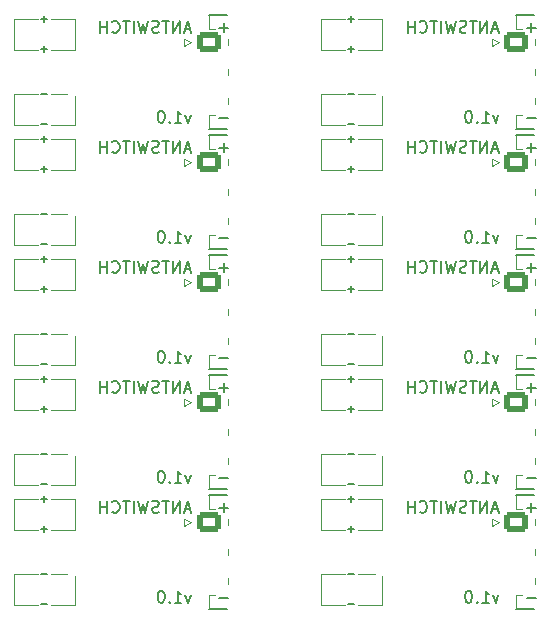
<source format=gbr>
%TF.GenerationSoftware,KiCad,Pcbnew,8.0.8*%
%TF.CreationDate,2025-02-20T22:09:20+11:00*%
%TF.ProjectId,panel,70616e65-6c2e-46b6-9963-61645f706362,rev?*%
%TF.SameCoordinates,Original*%
%TF.FileFunction,Legend,Bot*%
%TF.FilePolarity,Positive*%
%FSLAX46Y46*%
G04 Gerber Fmt 4.6, Leading zero omitted, Abs format (unit mm)*
G04 Created by KiCad (PCBNEW 8.0.8) date 2025-02-20 22:09:20*
%MOMM*%
%LPD*%
G01*
G04 APERTURE LIST*
G04 Aperture macros list*
%AMRoundRect*
0 Rectangle with rounded corners*
0 $1 Rounding radius*
0 $2 $3 $4 $5 $6 $7 $8 $9 X,Y pos of 4 corners*
0 Add a 4 corners polygon primitive as box body*
4,1,4,$2,$3,$4,$5,$6,$7,$8,$9,$2,$3,0*
0 Add four circle primitives for the rounded corners*
1,1,$1+$1,$2,$3*
1,1,$1+$1,$4,$5*
1,1,$1+$1,$6,$7*
1,1,$1+$1,$8,$9*
0 Add four rect primitives between the rounded corners*
20,1,$1+$1,$2,$3,$4,$5,0*
20,1,$1+$1,$4,$5,$6,$7,0*
20,1,$1+$1,$6,$7,$8,$9,0*
20,1,$1+$1,$8,$9,$2,$3,0*%
%AMFreePoly0*
4,1,85,-1.240370,1.979643,-0.961535,1.918986,-0.694170,1.819264,-0.443718,1.682507,-0.215279,1.511499,-0.013501,1.309721,0.157507,1.081282,0.294264,0.830830,0.393986,0.563465,0.454643,0.284630,0.475000,0.000000,0.454643,-0.284630,0.393986,-0.563465,0.294264,-0.830830,0.157507,-1.081282,-0.013501,-1.309721,-0.215279,-1.511499,-0.443718,-1.682507,-0.694170,-1.819264,-0.961535,-1.918986,
-1.240370,-1.979643,-1.525000,-2.000000,-1.809630,-1.979643,-2.088465,-1.918986,-2.355830,-1.819264,-2.606282,-1.682507,-2.834721,-1.511499,-3.036499,-1.309721,-3.207507,-1.081282,-3.344264,-0.830830,-3.443986,-0.563465,-3.504643,-0.284630,-3.525000,0.000000,-2.779775,0.000000,-2.760712,-0.217889,-2.704103,-0.429158,-2.611667,-0.627388,-2.486213,-0.806554,-2.331554,-0.961213,-2.152388,-1.086667,
-1.954158,-1.179103,-1.742889,-1.235712,-1.525000,-1.254775,-1.307111,-1.235712,-1.095842,-1.179103,-0.897612,-1.086667,-0.718446,-0.961213,-0.563787,-0.806554,-0.438333,-0.627388,-0.345897,-0.429158,-0.289288,-0.217889,-0.271683,-0.016674,-0.275000,0.000000,-0.271683,0.016674,-0.289288,0.217889,-0.345897,0.429158,-0.438333,0.627387,-0.563787,0.806554,-0.718446,0.961213,-0.897612,1.086667,
-1.095842,1.179103,-1.307111,1.235712,-1.525000,1.254775,-1.742889,1.235712,-1.954158,1.179103,-2.152387,1.086667,-2.331554,0.961213,-2.486213,0.806554,-2.611667,0.627387,-2.704103,0.429158,-2.760712,0.217889,-2.779775,0.000000,-3.525000,0.000000,-3.504643,0.284630,-3.443986,0.563465,-3.344264,0.830830,-3.207507,1.081282,-3.036499,1.309721,-2.834721,1.511499,-2.606282,1.682507,
-2.355830,1.819264,-2.088465,1.918986,-1.809630,1.979643,-1.525000,2.000000,-1.240370,1.979643,-1.240370,1.979643,$1*%
G04 Aperture macros list end*
%ADD10C,0.160000*%
%ADD11C,0.120000*%
%ADD12C,0.150000*%
%ADD13R,1.700000X1.700000*%
%ADD14C,3.200000*%
%ADD15O,1.700000X1.700000*%
%ADD16C,2.000000*%
%ADD17FreePoly0,180.000000*%
%ADD18C,2.100000*%
%ADD19O,1.950000X1.700000*%
%ADD20RoundRect,0.250000X-0.725000X0.600000X-0.725000X-0.600000X0.725000X-0.600000X0.725000X0.600000X0*%
%ADD21C,1.700000*%
%ADD22C,0.800000*%
G04 APERTURE END LIST*
D10*
X145029260Y-38648084D02*
X144553070Y-38648084D01*
X145124498Y-38933799D02*
X144791165Y-37933799D01*
X144791165Y-37933799D02*
X144457832Y-38933799D01*
X144124498Y-38933799D02*
X144124498Y-37933799D01*
X144124498Y-37933799D02*
X143553070Y-38933799D01*
X143553070Y-38933799D02*
X143553070Y-37933799D01*
X143219736Y-37933799D02*
X142648308Y-37933799D01*
X142934022Y-38933799D02*
X142934022Y-37933799D01*
X142362593Y-38886180D02*
X142219736Y-38933799D01*
X142219736Y-38933799D02*
X141981641Y-38933799D01*
X141981641Y-38933799D02*
X141886403Y-38886180D01*
X141886403Y-38886180D02*
X141838784Y-38838560D01*
X141838784Y-38838560D02*
X141791165Y-38743322D01*
X141791165Y-38743322D02*
X141791165Y-38648084D01*
X141791165Y-38648084D02*
X141838784Y-38552846D01*
X141838784Y-38552846D02*
X141886403Y-38505227D01*
X141886403Y-38505227D02*
X141981641Y-38457608D01*
X141981641Y-38457608D02*
X142172117Y-38409989D01*
X142172117Y-38409989D02*
X142267355Y-38362370D01*
X142267355Y-38362370D02*
X142314974Y-38314751D01*
X142314974Y-38314751D02*
X142362593Y-38219513D01*
X142362593Y-38219513D02*
X142362593Y-38124275D01*
X142362593Y-38124275D02*
X142314974Y-38029037D01*
X142314974Y-38029037D02*
X142267355Y-37981418D01*
X142267355Y-37981418D02*
X142172117Y-37933799D01*
X142172117Y-37933799D02*
X141934022Y-37933799D01*
X141934022Y-37933799D02*
X141791165Y-37981418D01*
X141457831Y-37933799D02*
X141219736Y-38933799D01*
X141219736Y-38933799D02*
X141029260Y-38219513D01*
X141029260Y-38219513D02*
X140838784Y-38933799D01*
X140838784Y-38933799D02*
X140600689Y-37933799D01*
X140219736Y-38933799D02*
X140219736Y-37933799D01*
X139886403Y-37933799D02*
X139314975Y-37933799D01*
X139600689Y-38933799D02*
X139600689Y-37933799D01*
X138410213Y-38838560D02*
X138457832Y-38886180D01*
X138457832Y-38886180D02*
X138600689Y-38933799D01*
X138600689Y-38933799D02*
X138695927Y-38933799D01*
X138695927Y-38933799D02*
X138838784Y-38886180D01*
X138838784Y-38886180D02*
X138934022Y-38790941D01*
X138934022Y-38790941D02*
X138981641Y-38695703D01*
X138981641Y-38695703D02*
X139029260Y-38505227D01*
X139029260Y-38505227D02*
X139029260Y-38362370D01*
X139029260Y-38362370D02*
X138981641Y-38171894D01*
X138981641Y-38171894D02*
X138934022Y-38076656D01*
X138934022Y-38076656D02*
X138838784Y-37981418D01*
X138838784Y-37981418D02*
X138695927Y-37933799D01*
X138695927Y-37933799D02*
X138600689Y-37933799D01*
X138600689Y-37933799D02*
X138457832Y-37981418D01*
X138457832Y-37981418D02*
X138410213Y-38029037D01*
X137981641Y-38933799D02*
X137981641Y-37933799D01*
X137981641Y-38409989D02*
X137410213Y-38409989D01*
X137410213Y-38933799D02*
X137410213Y-37933799D01*
X148245951Y-68982846D02*
X147484047Y-68982846D01*
X147864999Y-69363799D02*
X147864999Y-68601894D01*
X145076879Y-45887132D02*
X144838784Y-46553799D01*
X144838784Y-46553799D02*
X144600689Y-45887132D01*
X143695927Y-46553799D02*
X144267355Y-46553799D01*
X143981641Y-46553799D02*
X143981641Y-45553799D01*
X143981641Y-45553799D02*
X144076879Y-45696656D01*
X144076879Y-45696656D02*
X144172117Y-45791894D01*
X144172117Y-45791894D02*
X144267355Y-45839513D01*
X143267355Y-46458560D02*
X143219736Y-46506180D01*
X143219736Y-46506180D02*
X143267355Y-46553799D01*
X143267355Y-46553799D02*
X143314974Y-46506180D01*
X143314974Y-46506180D02*
X143267355Y-46458560D01*
X143267355Y-46458560D02*
X143267355Y-46553799D01*
X142600689Y-45553799D02*
X142505451Y-45553799D01*
X142505451Y-45553799D02*
X142410213Y-45601418D01*
X142410213Y-45601418D02*
X142362594Y-45649037D01*
X142362594Y-45649037D02*
X142314975Y-45744275D01*
X142314975Y-45744275D02*
X142267356Y-45934751D01*
X142267356Y-45934751D02*
X142267356Y-46172846D01*
X142267356Y-46172846D02*
X142314975Y-46363322D01*
X142314975Y-46363322D02*
X142362594Y-46458560D01*
X142362594Y-46458560D02*
X142410213Y-46506180D01*
X142410213Y-46506180D02*
X142505451Y-46553799D01*
X142505451Y-46553799D02*
X142600689Y-46553799D01*
X142600689Y-46553799D02*
X142695927Y-46506180D01*
X142695927Y-46506180D02*
X142743546Y-46458560D01*
X142743546Y-46458560D02*
X142791165Y-46363322D01*
X142791165Y-46363322D02*
X142838784Y-46172846D01*
X142838784Y-46172846D02*
X142838784Y-45934751D01*
X142838784Y-45934751D02*
X142791165Y-45744275D01*
X142791165Y-45744275D02*
X142743546Y-45649037D01*
X142743546Y-45649037D02*
X142695927Y-45601418D01*
X142695927Y-45601418D02*
X142600689Y-45553799D01*
X145076879Y-66207132D02*
X144838784Y-66873799D01*
X144838784Y-66873799D02*
X144600689Y-66207132D01*
X143695927Y-66873799D02*
X144267355Y-66873799D01*
X143981641Y-66873799D02*
X143981641Y-65873799D01*
X143981641Y-65873799D02*
X144076879Y-66016656D01*
X144076879Y-66016656D02*
X144172117Y-66111894D01*
X144172117Y-66111894D02*
X144267355Y-66159513D01*
X143267355Y-66778560D02*
X143219736Y-66826180D01*
X143219736Y-66826180D02*
X143267355Y-66873799D01*
X143267355Y-66873799D02*
X143314974Y-66826180D01*
X143314974Y-66826180D02*
X143267355Y-66778560D01*
X143267355Y-66778560D02*
X143267355Y-66873799D01*
X142600689Y-65873799D02*
X142505451Y-65873799D01*
X142505451Y-65873799D02*
X142410213Y-65921418D01*
X142410213Y-65921418D02*
X142362594Y-65969037D01*
X142362594Y-65969037D02*
X142314975Y-66064275D01*
X142314975Y-66064275D02*
X142267356Y-66254751D01*
X142267356Y-66254751D02*
X142267356Y-66492846D01*
X142267356Y-66492846D02*
X142314975Y-66683322D01*
X142314975Y-66683322D02*
X142362594Y-66778560D01*
X142362594Y-66778560D02*
X142410213Y-66826180D01*
X142410213Y-66826180D02*
X142505451Y-66873799D01*
X142505451Y-66873799D02*
X142600689Y-66873799D01*
X142600689Y-66873799D02*
X142695927Y-66826180D01*
X142695927Y-66826180D02*
X142743546Y-66778560D01*
X142743546Y-66778560D02*
X142791165Y-66683322D01*
X142791165Y-66683322D02*
X142838784Y-66492846D01*
X142838784Y-66492846D02*
X142838784Y-66254751D01*
X142838784Y-66254751D02*
X142791165Y-66064275D01*
X142791165Y-66064275D02*
X142743546Y-65969037D01*
X142743546Y-65969037D02*
X142695927Y-65921418D01*
X142695927Y-65921418D02*
X142600689Y-65873799D01*
X174280951Y-56282846D02*
X173519047Y-56282846D01*
X171111879Y-56047132D02*
X170873784Y-56713799D01*
X170873784Y-56713799D02*
X170635689Y-56047132D01*
X169730927Y-56713799D02*
X170302355Y-56713799D01*
X170016641Y-56713799D02*
X170016641Y-55713799D01*
X170016641Y-55713799D02*
X170111879Y-55856656D01*
X170111879Y-55856656D02*
X170207117Y-55951894D01*
X170207117Y-55951894D02*
X170302355Y-55999513D01*
X169302355Y-56618560D02*
X169254736Y-56666180D01*
X169254736Y-56666180D02*
X169302355Y-56713799D01*
X169302355Y-56713799D02*
X169349974Y-56666180D01*
X169349974Y-56666180D02*
X169302355Y-56618560D01*
X169302355Y-56618560D02*
X169302355Y-56713799D01*
X168635689Y-55713799D02*
X168540451Y-55713799D01*
X168540451Y-55713799D02*
X168445213Y-55761418D01*
X168445213Y-55761418D02*
X168397594Y-55809037D01*
X168397594Y-55809037D02*
X168349975Y-55904275D01*
X168349975Y-55904275D02*
X168302356Y-56094751D01*
X168302356Y-56094751D02*
X168302356Y-56332846D01*
X168302356Y-56332846D02*
X168349975Y-56523322D01*
X168349975Y-56523322D02*
X168397594Y-56618560D01*
X168397594Y-56618560D02*
X168445213Y-56666180D01*
X168445213Y-56666180D02*
X168540451Y-56713799D01*
X168540451Y-56713799D02*
X168635689Y-56713799D01*
X168635689Y-56713799D02*
X168730927Y-56666180D01*
X168730927Y-56666180D02*
X168778546Y-56618560D01*
X168778546Y-56618560D02*
X168826165Y-56523322D01*
X168826165Y-56523322D02*
X168873784Y-56332846D01*
X168873784Y-56332846D02*
X168873784Y-56094751D01*
X168873784Y-56094751D02*
X168826165Y-55904275D01*
X168826165Y-55904275D02*
X168778546Y-55809037D01*
X168778546Y-55809037D02*
X168730927Y-55761418D01*
X168730927Y-55761418D02*
X168635689Y-55713799D01*
X148245951Y-56282846D02*
X147484047Y-56282846D01*
X145076879Y-76367132D02*
X144838784Y-77033799D01*
X144838784Y-77033799D02*
X144600689Y-76367132D01*
X143695927Y-77033799D02*
X144267355Y-77033799D01*
X143981641Y-77033799D02*
X143981641Y-76033799D01*
X143981641Y-76033799D02*
X144076879Y-76176656D01*
X144076879Y-76176656D02*
X144172117Y-76271894D01*
X144172117Y-76271894D02*
X144267355Y-76319513D01*
X143267355Y-76938560D02*
X143219736Y-76986180D01*
X143219736Y-76986180D02*
X143267355Y-77033799D01*
X143267355Y-77033799D02*
X143314974Y-76986180D01*
X143314974Y-76986180D02*
X143267355Y-76938560D01*
X143267355Y-76938560D02*
X143267355Y-77033799D01*
X142600689Y-76033799D02*
X142505451Y-76033799D01*
X142505451Y-76033799D02*
X142410213Y-76081418D01*
X142410213Y-76081418D02*
X142362594Y-76129037D01*
X142362594Y-76129037D02*
X142314975Y-76224275D01*
X142314975Y-76224275D02*
X142267356Y-76414751D01*
X142267356Y-76414751D02*
X142267356Y-76652846D01*
X142267356Y-76652846D02*
X142314975Y-76843322D01*
X142314975Y-76843322D02*
X142362594Y-76938560D01*
X142362594Y-76938560D02*
X142410213Y-76986180D01*
X142410213Y-76986180D02*
X142505451Y-77033799D01*
X142505451Y-77033799D02*
X142600689Y-77033799D01*
X142600689Y-77033799D02*
X142695927Y-76986180D01*
X142695927Y-76986180D02*
X142743546Y-76938560D01*
X142743546Y-76938560D02*
X142791165Y-76843322D01*
X142791165Y-76843322D02*
X142838784Y-76652846D01*
X142838784Y-76652846D02*
X142838784Y-76414751D01*
X142838784Y-76414751D02*
X142791165Y-76224275D01*
X142791165Y-76224275D02*
X142743546Y-76129037D01*
X142743546Y-76129037D02*
X142695927Y-76081418D01*
X142695927Y-76081418D02*
X142600689Y-76033799D01*
X171111879Y-45887132D02*
X170873784Y-46553799D01*
X170873784Y-46553799D02*
X170635689Y-45887132D01*
X169730927Y-46553799D02*
X170302355Y-46553799D01*
X170016641Y-46553799D02*
X170016641Y-45553799D01*
X170016641Y-45553799D02*
X170111879Y-45696656D01*
X170111879Y-45696656D02*
X170207117Y-45791894D01*
X170207117Y-45791894D02*
X170302355Y-45839513D01*
X169302355Y-46458560D02*
X169254736Y-46506180D01*
X169254736Y-46506180D02*
X169302355Y-46553799D01*
X169302355Y-46553799D02*
X169349974Y-46506180D01*
X169349974Y-46506180D02*
X169302355Y-46458560D01*
X169302355Y-46458560D02*
X169302355Y-46553799D01*
X168635689Y-45553799D02*
X168540451Y-45553799D01*
X168540451Y-45553799D02*
X168445213Y-45601418D01*
X168445213Y-45601418D02*
X168397594Y-45649037D01*
X168397594Y-45649037D02*
X168349975Y-45744275D01*
X168349975Y-45744275D02*
X168302356Y-45934751D01*
X168302356Y-45934751D02*
X168302356Y-46172846D01*
X168302356Y-46172846D02*
X168349975Y-46363322D01*
X168349975Y-46363322D02*
X168397594Y-46458560D01*
X168397594Y-46458560D02*
X168445213Y-46506180D01*
X168445213Y-46506180D02*
X168540451Y-46553799D01*
X168540451Y-46553799D02*
X168635689Y-46553799D01*
X168635689Y-46553799D02*
X168730927Y-46506180D01*
X168730927Y-46506180D02*
X168778546Y-46458560D01*
X168778546Y-46458560D02*
X168826165Y-46363322D01*
X168826165Y-46363322D02*
X168873784Y-46172846D01*
X168873784Y-46172846D02*
X168873784Y-45934751D01*
X168873784Y-45934751D02*
X168826165Y-45744275D01*
X168826165Y-45744275D02*
X168778546Y-45649037D01*
X168778546Y-45649037D02*
X168730927Y-45601418D01*
X168730927Y-45601418D02*
X168635689Y-45553799D01*
X145076879Y-35727132D02*
X144838784Y-36393799D01*
X144838784Y-36393799D02*
X144600689Y-35727132D01*
X143695927Y-36393799D02*
X144267355Y-36393799D01*
X143981641Y-36393799D02*
X143981641Y-35393799D01*
X143981641Y-35393799D02*
X144076879Y-35536656D01*
X144076879Y-35536656D02*
X144172117Y-35631894D01*
X144172117Y-35631894D02*
X144267355Y-35679513D01*
X143267355Y-36298560D02*
X143219736Y-36346180D01*
X143219736Y-36346180D02*
X143267355Y-36393799D01*
X143267355Y-36393799D02*
X143314974Y-36346180D01*
X143314974Y-36346180D02*
X143267355Y-36298560D01*
X143267355Y-36298560D02*
X143267355Y-36393799D01*
X142600689Y-35393799D02*
X142505451Y-35393799D01*
X142505451Y-35393799D02*
X142410213Y-35441418D01*
X142410213Y-35441418D02*
X142362594Y-35489037D01*
X142362594Y-35489037D02*
X142314975Y-35584275D01*
X142314975Y-35584275D02*
X142267356Y-35774751D01*
X142267356Y-35774751D02*
X142267356Y-36012846D01*
X142267356Y-36012846D02*
X142314975Y-36203322D01*
X142314975Y-36203322D02*
X142362594Y-36298560D01*
X142362594Y-36298560D02*
X142410213Y-36346180D01*
X142410213Y-36346180D02*
X142505451Y-36393799D01*
X142505451Y-36393799D02*
X142600689Y-36393799D01*
X142600689Y-36393799D02*
X142695927Y-36346180D01*
X142695927Y-36346180D02*
X142743546Y-36298560D01*
X142743546Y-36298560D02*
X142791165Y-36203322D01*
X142791165Y-36203322D02*
X142838784Y-36012846D01*
X142838784Y-36012846D02*
X142838784Y-35774751D01*
X142838784Y-35774751D02*
X142791165Y-35584275D01*
X142791165Y-35584275D02*
X142743546Y-35489037D01*
X142743546Y-35489037D02*
X142695927Y-35441418D01*
X142695927Y-35441418D02*
X142600689Y-35393799D01*
X171111879Y-76367132D02*
X170873784Y-77033799D01*
X170873784Y-77033799D02*
X170635689Y-76367132D01*
X169730927Y-77033799D02*
X170302355Y-77033799D01*
X170016641Y-77033799D02*
X170016641Y-76033799D01*
X170016641Y-76033799D02*
X170111879Y-76176656D01*
X170111879Y-76176656D02*
X170207117Y-76271894D01*
X170207117Y-76271894D02*
X170302355Y-76319513D01*
X169302355Y-76938560D02*
X169254736Y-76986180D01*
X169254736Y-76986180D02*
X169302355Y-77033799D01*
X169302355Y-77033799D02*
X169349974Y-76986180D01*
X169349974Y-76986180D02*
X169302355Y-76938560D01*
X169302355Y-76938560D02*
X169302355Y-77033799D01*
X168635689Y-76033799D02*
X168540451Y-76033799D01*
X168540451Y-76033799D02*
X168445213Y-76081418D01*
X168445213Y-76081418D02*
X168397594Y-76129037D01*
X168397594Y-76129037D02*
X168349975Y-76224275D01*
X168349975Y-76224275D02*
X168302356Y-76414751D01*
X168302356Y-76414751D02*
X168302356Y-76652846D01*
X168302356Y-76652846D02*
X168349975Y-76843322D01*
X168349975Y-76843322D02*
X168397594Y-76938560D01*
X168397594Y-76938560D02*
X168445213Y-76986180D01*
X168445213Y-76986180D02*
X168540451Y-77033799D01*
X168540451Y-77033799D02*
X168635689Y-77033799D01*
X168635689Y-77033799D02*
X168730927Y-76986180D01*
X168730927Y-76986180D02*
X168778546Y-76938560D01*
X168778546Y-76938560D02*
X168826165Y-76843322D01*
X168826165Y-76843322D02*
X168873784Y-76652846D01*
X168873784Y-76652846D02*
X168873784Y-76414751D01*
X168873784Y-76414751D02*
X168826165Y-76224275D01*
X168826165Y-76224275D02*
X168778546Y-76129037D01*
X168778546Y-76129037D02*
X168730927Y-76081418D01*
X168730927Y-76081418D02*
X168635689Y-76033799D01*
X148245951Y-48662846D02*
X147484047Y-48662846D01*
X147864999Y-49043799D02*
X147864999Y-48281894D01*
X148245951Y-58822846D02*
X147484047Y-58822846D01*
X147864999Y-59203799D02*
X147864999Y-58441894D01*
X148245951Y-76602846D02*
X147484047Y-76602846D01*
X174280951Y-48662846D02*
X173519047Y-48662846D01*
X173899999Y-49043799D02*
X173899999Y-48281894D01*
X145029260Y-69128084D02*
X144553070Y-69128084D01*
X145124498Y-69413799D02*
X144791165Y-68413799D01*
X144791165Y-68413799D02*
X144457832Y-69413799D01*
X144124498Y-69413799D02*
X144124498Y-68413799D01*
X144124498Y-68413799D02*
X143553070Y-69413799D01*
X143553070Y-69413799D02*
X143553070Y-68413799D01*
X143219736Y-68413799D02*
X142648308Y-68413799D01*
X142934022Y-69413799D02*
X142934022Y-68413799D01*
X142362593Y-69366180D02*
X142219736Y-69413799D01*
X142219736Y-69413799D02*
X141981641Y-69413799D01*
X141981641Y-69413799D02*
X141886403Y-69366180D01*
X141886403Y-69366180D02*
X141838784Y-69318560D01*
X141838784Y-69318560D02*
X141791165Y-69223322D01*
X141791165Y-69223322D02*
X141791165Y-69128084D01*
X141791165Y-69128084D02*
X141838784Y-69032846D01*
X141838784Y-69032846D02*
X141886403Y-68985227D01*
X141886403Y-68985227D02*
X141981641Y-68937608D01*
X141981641Y-68937608D02*
X142172117Y-68889989D01*
X142172117Y-68889989D02*
X142267355Y-68842370D01*
X142267355Y-68842370D02*
X142314974Y-68794751D01*
X142314974Y-68794751D02*
X142362593Y-68699513D01*
X142362593Y-68699513D02*
X142362593Y-68604275D01*
X142362593Y-68604275D02*
X142314974Y-68509037D01*
X142314974Y-68509037D02*
X142267355Y-68461418D01*
X142267355Y-68461418D02*
X142172117Y-68413799D01*
X142172117Y-68413799D02*
X141934022Y-68413799D01*
X141934022Y-68413799D02*
X141791165Y-68461418D01*
X141457831Y-68413799D02*
X141219736Y-69413799D01*
X141219736Y-69413799D02*
X141029260Y-68699513D01*
X141029260Y-68699513D02*
X140838784Y-69413799D01*
X140838784Y-69413799D02*
X140600689Y-68413799D01*
X140219736Y-69413799D02*
X140219736Y-68413799D01*
X139886403Y-68413799D02*
X139314975Y-68413799D01*
X139600689Y-69413799D02*
X139600689Y-68413799D01*
X138410213Y-69318560D02*
X138457832Y-69366180D01*
X138457832Y-69366180D02*
X138600689Y-69413799D01*
X138600689Y-69413799D02*
X138695927Y-69413799D01*
X138695927Y-69413799D02*
X138838784Y-69366180D01*
X138838784Y-69366180D02*
X138934022Y-69270941D01*
X138934022Y-69270941D02*
X138981641Y-69175703D01*
X138981641Y-69175703D02*
X139029260Y-68985227D01*
X139029260Y-68985227D02*
X139029260Y-68842370D01*
X139029260Y-68842370D02*
X138981641Y-68651894D01*
X138981641Y-68651894D02*
X138934022Y-68556656D01*
X138934022Y-68556656D02*
X138838784Y-68461418D01*
X138838784Y-68461418D02*
X138695927Y-68413799D01*
X138695927Y-68413799D02*
X138600689Y-68413799D01*
X138600689Y-68413799D02*
X138457832Y-68461418D01*
X138457832Y-68461418D02*
X138410213Y-68509037D01*
X137981641Y-69413799D02*
X137981641Y-68413799D01*
X137981641Y-68889989D02*
X137410213Y-68889989D01*
X137410213Y-69413799D02*
X137410213Y-68413799D01*
X171064260Y-28488084D02*
X170588070Y-28488084D01*
X171159498Y-28773799D02*
X170826165Y-27773799D01*
X170826165Y-27773799D02*
X170492832Y-28773799D01*
X170159498Y-28773799D02*
X170159498Y-27773799D01*
X170159498Y-27773799D02*
X169588070Y-28773799D01*
X169588070Y-28773799D02*
X169588070Y-27773799D01*
X169254736Y-27773799D02*
X168683308Y-27773799D01*
X168969022Y-28773799D02*
X168969022Y-27773799D01*
X168397593Y-28726180D02*
X168254736Y-28773799D01*
X168254736Y-28773799D02*
X168016641Y-28773799D01*
X168016641Y-28773799D02*
X167921403Y-28726180D01*
X167921403Y-28726180D02*
X167873784Y-28678560D01*
X167873784Y-28678560D02*
X167826165Y-28583322D01*
X167826165Y-28583322D02*
X167826165Y-28488084D01*
X167826165Y-28488084D02*
X167873784Y-28392846D01*
X167873784Y-28392846D02*
X167921403Y-28345227D01*
X167921403Y-28345227D02*
X168016641Y-28297608D01*
X168016641Y-28297608D02*
X168207117Y-28249989D01*
X168207117Y-28249989D02*
X168302355Y-28202370D01*
X168302355Y-28202370D02*
X168349974Y-28154751D01*
X168349974Y-28154751D02*
X168397593Y-28059513D01*
X168397593Y-28059513D02*
X168397593Y-27964275D01*
X168397593Y-27964275D02*
X168349974Y-27869037D01*
X168349974Y-27869037D02*
X168302355Y-27821418D01*
X168302355Y-27821418D02*
X168207117Y-27773799D01*
X168207117Y-27773799D02*
X167969022Y-27773799D01*
X167969022Y-27773799D02*
X167826165Y-27821418D01*
X167492831Y-27773799D02*
X167254736Y-28773799D01*
X167254736Y-28773799D02*
X167064260Y-28059513D01*
X167064260Y-28059513D02*
X166873784Y-28773799D01*
X166873784Y-28773799D02*
X166635689Y-27773799D01*
X166254736Y-28773799D02*
X166254736Y-27773799D01*
X165921403Y-27773799D02*
X165349975Y-27773799D01*
X165635689Y-28773799D02*
X165635689Y-27773799D01*
X164445213Y-28678560D02*
X164492832Y-28726180D01*
X164492832Y-28726180D02*
X164635689Y-28773799D01*
X164635689Y-28773799D02*
X164730927Y-28773799D01*
X164730927Y-28773799D02*
X164873784Y-28726180D01*
X164873784Y-28726180D02*
X164969022Y-28630941D01*
X164969022Y-28630941D02*
X165016641Y-28535703D01*
X165016641Y-28535703D02*
X165064260Y-28345227D01*
X165064260Y-28345227D02*
X165064260Y-28202370D01*
X165064260Y-28202370D02*
X165016641Y-28011894D01*
X165016641Y-28011894D02*
X164969022Y-27916656D01*
X164969022Y-27916656D02*
X164873784Y-27821418D01*
X164873784Y-27821418D02*
X164730927Y-27773799D01*
X164730927Y-27773799D02*
X164635689Y-27773799D01*
X164635689Y-27773799D02*
X164492832Y-27821418D01*
X164492832Y-27821418D02*
X164445213Y-27869037D01*
X164016641Y-28773799D02*
X164016641Y-27773799D01*
X164016641Y-28249989D02*
X163445213Y-28249989D01*
X163445213Y-28773799D02*
X163445213Y-27773799D01*
X171064260Y-58968084D02*
X170588070Y-58968084D01*
X171159498Y-59253799D02*
X170826165Y-58253799D01*
X170826165Y-58253799D02*
X170492832Y-59253799D01*
X170159498Y-59253799D02*
X170159498Y-58253799D01*
X170159498Y-58253799D02*
X169588070Y-59253799D01*
X169588070Y-59253799D02*
X169588070Y-58253799D01*
X169254736Y-58253799D02*
X168683308Y-58253799D01*
X168969022Y-59253799D02*
X168969022Y-58253799D01*
X168397593Y-59206180D02*
X168254736Y-59253799D01*
X168254736Y-59253799D02*
X168016641Y-59253799D01*
X168016641Y-59253799D02*
X167921403Y-59206180D01*
X167921403Y-59206180D02*
X167873784Y-59158560D01*
X167873784Y-59158560D02*
X167826165Y-59063322D01*
X167826165Y-59063322D02*
X167826165Y-58968084D01*
X167826165Y-58968084D02*
X167873784Y-58872846D01*
X167873784Y-58872846D02*
X167921403Y-58825227D01*
X167921403Y-58825227D02*
X168016641Y-58777608D01*
X168016641Y-58777608D02*
X168207117Y-58729989D01*
X168207117Y-58729989D02*
X168302355Y-58682370D01*
X168302355Y-58682370D02*
X168349974Y-58634751D01*
X168349974Y-58634751D02*
X168397593Y-58539513D01*
X168397593Y-58539513D02*
X168397593Y-58444275D01*
X168397593Y-58444275D02*
X168349974Y-58349037D01*
X168349974Y-58349037D02*
X168302355Y-58301418D01*
X168302355Y-58301418D02*
X168207117Y-58253799D01*
X168207117Y-58253799D02*
X167969022Y-58253799D01*
X167969022Y-58253799D02*
X167826165Y-58301418D01*
X167492831Y-58253799D02*
X167254736Y-59253799D01*
X167254736Y-59253799D02*
X167064260Y-58539513D01*
X167064260Y-58539513D02*
X166873784Y-59253799D01*
X166873784Y-59253799D02*
X166635689Y-58253799D01*
X166254736Y-59253799D02*
X166254736Y-58253799D01*
X165921403Y-58253799D02*
X165349975Y-58253799D01*
X165635689Y-59253799D02*
X165635689Y-58253799D01*
X164445213Y-59158560D02*
X164492832Y-59206180D01*
X164492832Y-59206180D02*
X164635689Y-59253799D01*
X164635689Y-59253799D02*
X164730927Y-59253799D01*
X164730927Y-59253799D02*
X164873784Y-59206180D01*
X164873784Y-59206180D02*
X164969022Y-59110941D01*
X164969022Y-59110941D02*
X165016641Y-59015703D01*
X165016641Y-59015703D02*
X165064260Y-58825227D01*
X165064260Y-58825227D02*
X165064260Y-58682370D01*
X165064260Y-58682370D02*
X165016641Y-58491894D01*
X165016641Y-58491894D02*
X164969022Y-58396656D01*
X164969022Y-58396656D02*
X164873784Y-58301418D01*
X164873784Y-58301418D02*
X164730927Y-58253799D01*
X164730927Y-58253799D02*
X164635689Y-58253799D01*
X164635689Y-58253799D02*
X164492832Y-58301418D01*
X164492832Y-58301418D02*
X164445213Y-58349037D01*
X164016641Y-59253799D02*
X164016641Y-58253799D01*
X164016641Y-58729989D02*
X163445213Y-58729989D01*
X163445213Y-59253799D02*
X163445213Y-58253799D01*
X174280951Y-58822846D02*
X173519047Y-58822846D01*
X173899999Y-59203799D02*
X173899999Y-58441894D01*
X174280951Y-28342846D02*
X173519047Y-28342846D01*
X173899999Y-28723799D02*
X173899999Y-27961894D01*
X148245951Y-66442846D02*
X147484047Y-66442846D01*
X145029260Y-28488084D02*
X144553070Y-28488084D01*
X145124498Y-28773799D02*
X144791165Y-27773799D01*
X144791165Y-27773799D02*
X144457832Y-28773799D01*
X144124498Y-28773799D02*
X144124498Y-27773799D01*
X144124498Y-27773799D02*
X143553070Y-28773799D01*
X143553070Y-28773799D02*
X143553070Y-27773799D01*
X143219736Y-27773799D02*
X142648308Y-27773799D01*
X142934022Y-28773799D02*
X142934022Y-27773799D01*
X142362593Y-28726180D02*
X142219736Y-28773799D01*
X142219736Y-28773799D02*
X141981641Y-28773799D01*
X141981641Y-28773799D02*
X141886403Y-28726180D01*
X141886403Y-28726180D02*
X141838784Y-28678560D01*
X141838784Y-28678560D02*
X141791165Y-28583322D01*
X141791165Y-28583322D02*
X141791165Y-28488084D01*
X141791165Y-28488084D02*
X141838784Y-28392846D01*
X141838784Y-28392846D02*
X141886403Y-28345227D01*
X141886403Y-28345227D02*
X141981641Y-28297608D01*
X141981641Y-28297608D02*
X142172117Y-28249989D01*
X142172117Y-28249989D02*
X142267355Y-28202370D01*
X142267355Y-28202370D02*
X142314974Y-28154751D01*
X142314974Y-28154751D02*
X142362593Y-28059513D01*
X142362593Y-28059513D02*
X142362593Y-27964275D01*
X142362593Y-27964275D02*
X142314974Y-27869037D01*
X142314974Y-27869037D02*
X142267355Y-27821418D01*
X142267355Y-27821418D02*
X142172117Y-27773799D01*
X142172117Y-27773799D02*
X141934022Y-27773799D01*
X141934022Y-27773799D02*
X141791165Y-27821418D01*
X141457831Y-27773799D02*
X141219736Y-28773799D01*
X141219736Y-28773799D02*
X141029260Y-28059513D01*
X141029260Y-28059513D02*
X140838784Y-28773799D01*
X140838784Y-28773799D02*
X140600689Y-27773799D01*
X140219736Y-28773799D02*
X140219736Y-27773799D01*
X139886403Y-27773799D02*
X139314975Y-27773799D01*
X139600689Y-28773799D02*
X139600689Y-27773799D01*
X138410213Y-28678560D02*
X138457832Y-28726180D01*
X138457832Y-28726180D02*
X138600689Y-28773799D01*
X138600689Y-28773799D02*
X138695927Y-28773799D01*
X138695927Y-28773799D02*
X138838784Y-28726180D01*
X138838784Y-28726180D02*
X138934022Y-28630941D01*
X138934022Y-28630941D02*
X138981641Y-28535703D01*
X138981641Y-28535703D02*
X139029260Y-28345227D01*
X139029260Y-28345227D02*
X139029260Y-28202370D01*
X139029260Y-28202370D02*
X138981641Y-28011894D01*
X138981641Y-28011894D02*
X138934022Y-27916656D01*
X138934022Y-27916656D02*
X138838784Y-27821418D01*
X138838784Y-27821418D02*
X138695927Y-27773799D01*
X138695927Y-27773799D02*
X138600689Y-27773799D01*
X138600689Y-27773799D02*
X138457832Y-27821418D01*
X138457832Y-27821418D02*
X138410213Y-27869037D01*
X137981641Y-28773799D02*
X137981641Y-27773799D01*
X137981641Y-28249989D02*
X137410213Y-28249989D01*
X137410213Y-28773799D02*
X137410213Y-27773799D01*
X171064260Y-69128084D02*
X170588070Y-69128084D01*
X171159498Y-69413799D02*
X170826165Y-68413799D01*
X170826165Y-68413799D02*
X170492832Y-69413799D01*
X170159498Y-69413799D02*
X170159498Y-68413799D01*
X170159498Y-68413799D02*
X169588070Y-69413799D01*
X169588070Y-69413799D02*
X169588070Y-68413799D01*
X169254736Y-68413799D02*
X168683308Y-68413799D01*
X168969022Y-69413799D02*
X168969022Y-68413799D01*
X168397593Y-69366180D02*
X168254736Y-69413799D01*
X168254736Y-69413799D02*
X168016641Y-69413799D01*
X168016641Y-69413799D02*
X167921403Y-69366180D01*
X167921403Y-69366180D02*
X167873784Y-69318560D01*
X167873784Y-69318560D02*
X167826165Y-69223322D01*
X167826165Y-69223322D02*
X167826165Y-69128084D01*
X167826165Y-69128084D02*
X167873784Y-69032846D01*
X167873784Y-69032846D02*
X167921403Y-68985227D01*
X167921403Y-68985227D02*
X168016641Y-68937608D01*
X168016641Y-68937608D02*
X168207117Y-68889989D01*
X168207117Y-68889989D02*
X168302355Y-68842370D01*
X168302355Y-68842370D02*
X168349974Y-68794751D01*
X168349974Y-68794751D02*
X168397593Y-68699513D01*
X168397593Y-68699513D02*
X168397593Y-68604275D01*
X168397593Y-68604275D02*
X168349974Y-68509037D01*
X168349974Y-68509037D02*
X168302355Y-68461418D01*
X168302355Y-68461418D02*
X168207117Y-68413799D01*
X168207117Y-68413799D02*
X167969022Y-68413799D01*
X167969022Y-68413799D02*
X167826165Y-68461418D01*
X167492831Y-68413799D02*
X167254736Y-69413799D01*
X167254736Y-69413799D02*
X167064260Y-68699513D01*
X167064260Y-68699513D02*
X166873784Y-69413799D01*
X166873784Y-69413799D02*
X166635689Y-68413799D01*
X166254736Y-69413799D02*
X166254736Y-68413799D01*
X165921403Y-68413799D02*
X165349975Y-68413799D01*
X165635689Y-69413799D02*
X165635689Y-68413799D01*
X164445213Y-69318560D02*
X164492832Y-69366180D01*
X164492832Y-69366180D02*
X164635689Y-69413799D01*
X164635689Y-69413799D02*
X164730927Y-69413799D01*
X164730927Y-69413799D02*
X164873784Y-69366180D01*
X164873784Y-69366180D02*
X164969022Y-69270941D01*
X164969022Y-69270941D02*
X165016641Y-69175703D01*
X165016641Y-69175703D02*
X165064260Y-68985227D01*
X165064260Y-68985227D02*
X165064260Y-68842370D01*
X165064260Y-68842370D02*
X165016641Y-68651894D01*
X165016641Y-68651894D02*
X164969022Y-68556656D01*
X164969022Y-68556656D02*
X164873784Y-68461418D01*
X164873784Y-68461418D02*
X164730927Y-68413799D01*
X164730927Y-68413799D02*
X164635689Y-68413799D01*
X164635689Y-68413799D02*
X164492832Y-68461418D01*
X164492832Y-68461418D02*
X164445213Y-68509037D01*
X164016641Y-69413799D02*
X164016641Y-68413799D01*
X164016641Y-68889989D02*
X163445213Y-68889989D01*
X163445213Y-69413799D02*
X163445213Y-68413799D01*
X171111879Y-35727132D02*
X170873784Y-36393799D01*
X170873784Y-36393799D02*
X170635689Y-35727132D01*
X169730927Y-36393799D02*
X170302355Y-36393799D01*
X170016641Y-36393799D02*
X170016641Y-35393799D01*
X170016641Y-35393799D02*
X170111879Y-35536656D01*
X170111879Y-35536656D02*
X170207117Y-35631894D01*
X170207117Y-35631894D02*
X170302355Y-35679513D01*
X169302355Y-36298560D02*
X169254736Y-36346180D01*
X169254736Y-36346180D02*
X169302355Y-36393799D01*
X169302355Y-36393799D02*
X169349974Y-36346180D01*
X169349974Y-36346180D02*
X169302355Y-36298560D01*
X169302355Y-36298560D02*
X169302355Y-36393799D01*
X168635689Y-35393799D02*
X168540451Y-35393799D01*
X168540451Y-35393799D02*
X168445213Y-35441418D01*
X168445213Y-35441418D02*
X168397594Y-35489037D01*
X168397594Y-35489037D02*
X168349975Y-35584275D01*
X168349975Y-35584275D02*
X168302356Y-35774751D01*
X168302356Y-35774751D02*
X168302356Y-36012846D01*
X168302356Y-36012846D02*
X168349975Y-36203322D01*
X168349975Y-36203322D02*
X168397594Y-36298560D01*
X168397594Y-36298560D02*
X168445213Y-36346180D01*
X168445213Y-36346180D02*
X168540451Y-36393799D01*
X168540451Y-36393799D02*
X168635689Y-36393799D01*
X168635689Y-36393799D02*
X168730927Y-36346180D01*
X168730927Y-36346180D02*
X168778546Y-36298560D01*
X168778546Y-36298560D02*
X168826165Y-36203322D01*
X168826165Y-36203322D02*
X168873784Y-36012846D01*
X168873784Y-36012846D02*
X168873784Y-35774751D01*
X168873784Y-35774751D02*
X168826165Y-35584275D01*
X168826165Y-35584275D02*
X168778546Y-35489037D01*
X168778546Y-35489037D02*
X168730927Y-35441418D01*
X168730927Y-35441418D02*
X168635689Y-35393799D01*
X148245951Y-35962846D02*
X147484047Y-35962846D01*
X171064260Y-48808084D02*
X170588070Y-48808084D01*
X171159498Y-49093799D02*
X170826165Y-48093799D01*
X170826165Y-48093799D02*
X170492832Y-49093799D01*
X170159498Y-49093799D02*
X170159498Y-48093799D01*
X170159498Y-48093799D02*
X169588070Y-49093799D01*
X169588070Y-49093799D02*
X169588070Y-48093799D01*
X169254736Y-48093799D02*
X168683308Y-48093799D01*
X168969022Y-49093799D02*
X168969022Y-48093799D01*
X168397593Y-49046180D02*
X168254736Y-49093799D01*
X168254736Y-49093799D02*
X168016641Y-49093799D01*
X168016641Y-49093799D02*
X167921403Y-49046180D01*
X167921403Y-49046180D02*
X167873784Y-48998560D01*
X167873784Y-48998560D02*
X167826165Y-48903322D01*
X167826165Y-48903322D02*
X167826165Y-48808084D01*
X167826165Y-48808084D02*
X167873784Y-48712846D01*
X167873784Y-48712846D02*
X167921403Y-48665227D01*
X167921403Y-48665227D02*
X168016641Y-48617608D01*
X168016641Y-48617608D02*
X168207117Y-48569989D01*
X168207117Y-48569989D02*
X168302355Y-48522370D01*
X168302355Y-48522370D02*
X168349974Y-48474751D01*
X168349974Y-48474751D02*
X168397593Y-48379513D01*
X168397593Y-48379513D02*
X168397593Y-48284275D01*
X168397593Y-48284275D02*
X168349974Y-48189037D01*
X168349974Y-48189037D02*
X168302355Y-48141418D01*
X168302355Y-48141418D02*
X168207117Y-48093799D01*
X168207117Y-48093799D02*
X167969022Y-48093799D01*
X167969022Y-48093799D02*
X167826165Y-48141418D01*
X167492831Y-48093799D02*
X167254736Y-49093799D01*
X167254736Y-49093799D02*
X167064260Y-48379513D01*
X167064260Y-48379513D02*
X166873784Y-49093799D01*
X166873784Y-49093799D02*
X166635689Y-48093799D01*
X166254736Y-49093799D02*
X166254736Y-48093799D01*
X165921403Y-48093799D02*
X165349975Y-48093799D01*
X165635689Y-49093799D02*
X165635689Y-48093799D01*
X164445213Y-48998560D02*
X164492832Y-49046180D01*
X164492832Y-49046180D02*
X164635689Y-49093799D01*
X164635689Y-49093799D02*
X164730927Y-49093799D01*
X164730927Y-49093799D02*
X164873784Y-49046180D01*
X164873784Y-49046180D02*
X164969022Y-48950941D01*
X164969022Y-48950941D02*
X165016641Y-48855703D01*
X165016641Y-48855703D02*
X165064260Y-48665227D01*
X165064260Y-48665227D02*
X165064260Y-48522370D01*
X165064260Y-48522370D02*
X165016641Y-48331894D01*
X165016641Y-48331894D02*
X164969022Y-48236656D01*
X164969022Y-48236656D02*
X164873784Y-48141418D01*
X164873784Y-48141418D02*
X164730927Y-48093799D01*
X164730927Y-48093799D02*
X164635689Y-48093799D01*
X164635689Y-48093799D02*
X164492832Y-48141418D01*
X164492832Y-48141418D02*
X164445213Y-48189037D01*
X164016641Y-49093799D02*
X164016641Y-48093799D01*
X164016641Y-48569989D02*
X163445213Y-48569989D01*
X163445213Y-49093799D02*
X163445213Y-48093799D01*
X148245951Y-46122846D02*
X147484047Y-46122846D01*
X145029260Y-48808084D02*
X144553070Y-48808084D01*
X145124498Y-49093799D02*
X144791165Y-48093799D01*
X144791165Y-48093799D02*
X144457832Y-49093799D01*
X144124498Y-49093799D02*
X144124498Y-48093799D01*
X144124498Y-48093799D02*
X143553070Y-49093799D01*
X143553070Y-49093799D02*
X143553070Y-48093799D01*
X143219736Y-48093799D02*
X142648308Y-48093799D01*
X142934022Y-49093799D02*
X142934022Y-48093799D01*
X142362593Y-49046180D02*
X142219736Y-49093799D01*
X142219736Y-49093799D02*
X141981641Y-49093799D01*
X141981641Y-49093799D02*
X141886403Y-49046180D01*
X141886403Y-49046180D02*
X141838784Y-48998560D01*
X141838784Y-48998560D02*
X141791165Y-48903322D01*
X141791165Y-48903322D02*
X141791165Y-48808084D01*
X141791165Y-48808084D02*
X141838784Y-48712846D01*
X141838784Y-48712846D02*
X141886403Y-48665227D01*
X141886403Y-48665227D02*
X141981641Y-48617608D01*
X141981641Y-48617608D02*
X142172117Y-48569989D01*
X142172117Y-48569989D02*
X142267355Y-48522370D01*
X142267355Y-48522370D02*
X142314974Y-48474751D01*
X142314974Y-48474751D02*
X142362593Y-48379513D01*
X142362593Y-48379513D02*
X142362593Y-48284275D01*
X142362593Y-48284275D02*
X142314974Y-48189037D01*
X142314974Y-48189037D02*
X142267355Y-48141418D01*
X142267355Y-48141418D02*
X142172117Y-48093799D01*
X142172117Y-48093799D02*
X141934022Y-48093799D01*
X141934022Y-48093799D02*
X141791165Y-48141418D01*
X141457831Y-48093799D02*
X141219736Y-49093799D01*
X141219736Y-49093799D02*
X141029260Y-48379513D01*
X141029260Y-48379513D02*
X140838784Y-49093799D01*
X140838784Y-49093799D02*
X140600689Y-48093799D01*
X140219736Y-49093799D02*
X140219736Y-48093799D01*
X139886403Y-48093799D02*
X139314975Y-48093799D01*
X139600689Y-49093799D02*
X139600689Y-48093799D01*
X138410213Y-48998560D02*
X138457832Y-49046180D01*
X138457832Y-49046180D02*
X138600689Y-49093799D01*
X138600689Y-49093799D02*
X138695927Y-49093799D01*
X138695927Y-49093799D02*
X138838784Y-49046180D01*
X138838784Y-49046180D02*
X138934022Y-48950941D01*
X138934022Y-48950941D02*
X138981641Y-48855703D01*
X138981641Y-48855703D02*
X139029260Y-48665227D01*
X139029260Y-48665227D02*
X139029260Y-48522370D01*
X139029260Y-48522370D02*
X138981641Y-48331894D01*
X138981641Y-48331894D02*
X138934022Y-48236656D01*
X138934022Y-48236656D02*
X138838784Y-48141418D01*
X138838784Y-48141418D02*
X138695927Y-48093799D01*
X138695927Y-48093799D02*
X138600689Y-48093799D01*
X138600689Y-48093799D02*
X138457832Y-48141418D01*
X138457832Y-48141418D02*
X138410213Y-48189037D01*
X137981641Y-49093799D02*
X137981641Y-48093799D01*
X137981641Y-48569989D02*
X137410213Y-48569989D01*
X137410213Y-49093799D02*
X137410213Y-48093799D01*
X148245951Y-28342846D02*
X147484047Y-28342846D01*
X147864999Y-28723799D02*
X147864999Y-27961894D01*
X145076879Y-56047132D02*
X144838784Y-56713799D01*
X144838784Y-56713799D02*
X144600689Y-56047132D01*
X143695927Y-56713799D02*
X144267355Y-56713799D01*
X143981641Y-56713799D02*
X143981641Y-55713799D01*
X143981641Y-55713799D02*
X144076879Y-55856656D01*
X144076879Y-55856656D02*
X144172117Y-55951894D01*
X144172117Y-55951894D02*
X144267355Y-55999513D01*
X143267355Y-56618560D02*
X143219736Y-56666180D01*
X143219736Y-56666180D02*
X143267355Y-56713799D01*
X143267355Y-56713799D02*
X143314974Y-56666180D01*
X143314974Y-56666180D02*
X143267355Y-56618560D01*
X143267355Y-56618560D02*
X143267355Y-56713799D01*
X142600689Y-55713799D02*
X142505451Y-55713799D01*
X142505451Y-55713799D02*
X142410213Y-55761418D01*
X142410213Y-55761418D02*
X142362594Y-55809037D01*
X142362594Y-55809037D02*
X142314975Y-55904275D01*
X142314975Y-55904275D02*
X142267356Y-56094751D01*
X142267356Y-56094751D02*
X142267356Y-56332846D01*
X142267356Y-56332846D02*
X142314975Y-56523322D01*
X142314975Y-56523322D02*
X142362594Y-56618560D01*
X142362594Y-56618560D02*
X142410213Y-56666180D01*
X142410213Y-56666180D02*
X142505451Y-56713799D01*
X142505451Y-56713799D02*
X142600689Y-56713799D01*
X142600689Y-56713799D02*
X142695927Y-56666180D01*
X142695927Y-56666180D02*
X142743546Y-56618560D01*
X142743546Y-56618560D02*
X142791165Y-56523322D01*
X142791165Y-56523322D02*
X142838784Y-56332846D01*
X142838784Y-56332846D02*
X142838784Y-56094751D01*
X142838784Y-56094751D02*
X142791165Y-55904275D01*
X142791165Y-55904275D02*
X142743546Y-55809037D01*
X142743546Y-55809037D02*
X142695927Y-55761418D01*
X142695927Y-55761418D02*
X142600689Y-55713799D01*
X171064260Y-38648084D02*
X170588070Y-38648084D01*
X171159498Y-38933799D02*
X170826165Y-37933799D01*
X170826165Y-37933799D02*
X170492832Y-38933799D01*
X170159498Y-38933799D02*
X170159498Y-37933799D01*
X170159498Y-37933799D02*
X169588070Y-38933799D01*
X169588070Y-38933799D02*
X169588070Y-37933799D01*
X169254736Y-37933799D02*
X168683308Y-37933799D01*
X168969022Y-38933799D02*
X168969022Y-37933799D01*
X168397593Y-38886180D02*
X168254736Y-38933799D01*
X168254736Y-38933799D02*
X168016641Y-38933799D01*
X168016641Y-38933799D02*
X167921403Y-38886180D01*
X167921403Y-38886180D02*
X167873784Y-38838560D01*
X167873784Y-38838560D02*
X167826165Y-38743322D01*
X167826165Y-38743322D02*
X167826165Y-38648084D01*
X167826165Y-38648084D02*
X167873784Y-38552846D01*
X167873784Y-38552846D02*
X167921403Y-38505227D01*
X167921403Y-38505227D02*
X168016641Y-38457608D01*
X168016641Y-38457608D02*
X168207117Y-38409989D01*
X168207117Y-38409989D02*
X168302355Y-38362370D01*
X168302355Y-38362370D02*
X168349974Y-38314751D01*
X168349974Y-38314751D02*
X168397593Y-38219513D01*
X168397593Y-38219513D02*
X168397593Y-38124275D01*
X168397593Y-38124275D02*
X168349974Y-38029037D01*
X168349974Y-38029037D02*
X168302355Y-37981418D01*
X168302355Y-37981418D02*
X168207117Y-37933799D01*
X168207117Y-37933799D02*
X167969022Y-37933799D01*
X167969022Y-37933799D02*
X167826165Y-37981418D01*
X167492831Y-37933799D02*
X167254736Y-38933799D01*
X167254736Y-38933799D02*
X167064260Y-38219513D01*
X167064260Y-38219513D02*
X166873784Y-38933799D01*
X166873784Y-38933799D02*
X166635689Y-37933799D01*
X166254736Y-38933799D02*
X166254736Y-37933799D01*
X165921403Y-37933799D02*
X165349975Y-37933799D01*
X165635689Y-38933799D02*
X165635689Y-37933799D01*
X164445213Y-38838560D02*
X164492832Y-38886180D01*
X164492832Y-38886180D02*
X164635689Y-38933799D01*
X164635689Y-38933799D02*
X164730927Y-38933799D01*
X164730927Y-38933799D02*
X164873784Y-38886180D01*
X164873784Y-38886180D02*
X164969022Y-38790941D01*
X164969022Y-38790941D02*
X165016641Y-38695703D01*
X165016641Y-38695703D02*
X165064260Y-38505227D01*
X165064260Y-38505227D02*
X165064260Y-38362370D01*
X165064260Y-38362370D02*
X165016641Y-38171894D01*
X165016641Y-38171894D02*
X164969022Y-38076656D01*
X164969022Y-38076656D02*
X164873784Y-37981418D01*
X164873784Y-37981418D02*
X164730927Y-37933799D01*
X164730927Y-37933799D02*
X164635689Y-37933799D01*
X164635689Y-37933799D02*
X164492832Y-37981418D01*
X164492832Y-37981418D02*
X164445213Y-38029037D01*
X164016641Y-38933799D02*
X164016641Y-37933799D01*
X164016641Y-38409989D02*
X163445213Y-38409989D01*
X163445213Y-38933799D02*
X163445213Y-37933799D01*
X145029260Y-58968084D02*
X144553070Y-58968084D01*
X145124498Y-59253799D02*
X144791165Y-58253799D01*
X144791165Y-58253799D02*
X144457832Y-59253799D01*
X144124498Y-59253799D02*
X144124498Y-58253799D01*
X144124498Y-58253799D02*
X143553070Y-59253799D01*
X143553070Y-59253799D02*
X143553070Y-58253799D01*
X143219736Y-58253799D02*
X142648308Y-58253799D01*
X142934022Y-59253799D02*
X142934022Y-58253799D01*
X142362593Y-59206180D02*
X142219736Y-59253799D01*
X142219736Y-59253799D02*
X141981641Y-59253799D01*
X141981641Y-59253799D02*
X141886403Y-59206180D01*
X141886403Y-59206180D02*
X141838784Y-59158560D01*
X141838784Y-59158560D02*
X141791165Y-59063322D01*
X141791165Y-59063322D02*
X141791165Y-58968084D01*
X141791165Y-58968084D02*
X141838784Y-58872846D01*
X141838784Y-58872846D02*
X141886403Y-58825227D01*
X141886403Y-58825227D02*
X141981641Y-58777608D01*
X141981641Y-58777608D02*
X142172117Y-58729989D01*
X142172117Y-58729989D02*
X142267355Y-58682370D01*
X142267355Y-58682370D02*
X142314974Y-58634751D01*
X142314974Y-58634751D02*
X142362593Y-58539513D01*
X142362593Y-58539513D02*
X142362593Y-58444275D01*
X142362593Y-58444275D02*
X142314974Y-58349037D01*
X142314974Y-58349037D02*
X142267355Y-58301418D01*
X142267355Y-58301418D02*
X142172117Y-58253799D01*
X142172117Y-58253799D02*
X141934022Y-58253799D01*
X141934022Y-58253799D02*
X141791165Y-58301418D01*
X141457831Y-58253799D02*
X141219736Y-59253799D01*
X141219736Y-59253799D02*
X141029260Y-58539513D01*
X141029260Y-58539513D02*
X140838784Y-59253799D01*
X140838784Y-59253799D02*
X140600689Y-58253799D01*
X140219736Y-59253799D02*
X140219736Y-58253799D01*
X139886403Y-58253799D02*
X139314975Y-58253799D01*
X139600689Y-59253799D02*
X139600689Y-58253799D01*
X138410213Y-59158560D02*
X138457832Y-59206180D01*
X138457832Y-59206180D02*
X138600689Y-59253799D01*
X138600689Y-59253799D02*
X138695927Y-59253799D01*
X138695927Y-59253799D02*
X138838784Y-59206180D01*
X138838784Y-59206180D02*
X138934022Y-59110941D01*
X138934022Y-59110941D02*
X138981641Y-59015703D01*
X138981641Y-59015703D02*
X139029260Y-58825227D01*
X139029260Y-58825227D02*
X139029260Y-58682370D01*
X139029260Y-58682370D02*
X138981641Y-58491894D01*
X138981641Y-58491894D02*
X138934022Y-58396656D01*
X138934022Y-58396656D02*
X138838784Y-58301418D01*
X138838784Y-58301418D02*
X138695927Y-58253799D01*
X138695927Y-58253799D02*
X138600689Y-58253799D01*
X138600689Y-58253799D02*
X138457832Y-58301418D01*
X138457832Y-58301418D02*
X138410213Y-58349037D01*
X137981641Y-59253799D02*
X137981641Y-58253799D01*
X137981641Y-58729989D02*
X137410213Y-58729989D01*
X137410213Y-59253799D02*
X137410213Y-58253799D01*
X174280951Y-35962846D02*
X173519047Y-35962846D01*
X148245951Y-38502846D02*
X147484047Y-38502846D01*
X147864999Y-38883799D02*
X147864999Y-38121894D01*
X174280951Y-68982846D02*
X173519047Y-68982846D01*
X173899999Y-69363799D02*
X173899999Y-68601894D01*
X174280951Y-46122846D02*
X173519047Y-46122846D01*
X174280951Y-38502846D02*
X173519047Y-38502846D01*
X173899999Y-38883799D02*
X173899999Y-38121894D01*
X171111879Y-66207132D02*
X170873784Y-66873799D01*
X170873784Y-66873799D02*
X170635689Y-66207132D01*
X169730927Y-66873799D02*
X170302355Y-66873799D01*
X170016641Y-66873799D02*
X170016641Y-65873799D01*
X170016641Y-65873799D02*
X170111879Y-66016656D01*
X170111879Y-66016656D02*
X170207117Y-66111894D01*
X170207117Y-66111894D02*
X170302355Y-66159513D01*
X169302355Y-66778560D02*
X169254736Y-66826180D01*
X169254736Y-66826180D02*
X169302355Y-66873799D01*
X169302355Y-66873799D02*
X169349974Y-66826180D01*
X169349974Y-66826180D02*
X169302355Y-66778560D01*
X169302355Y-66778560D02*
X169302355Y-66873799D01*
X168635689Y-65873799D02*
X168540451Y-65873799D01*
X168540451Y-65873799D02*
X168445213Y-65921418D01*
X168445213Y-65921418D02*
X168397594Y-65969037D01*
X168397594Y-65969037D02*
X168349975Y-66064275D01*
X168349975Y-66064275D02*
X168302356Y-66254751D01*
X168302356Y-66254751D02*
X168302356Y-66492846D01*
X168302356Y-66492846D02*
X168349975Y-66683322D01*
X168349975Y-66683322D02*
X168397594Y-66778560D01*
X168397594Y-66778560D02*
X168445213Y-66826180D01*
X168445213Y-66826180D02*
X168540451Y-66873799D01*
X168540451Y-66873799D02*
X168635689Y-66873799D01*
X168635689Y-66873799D02*
X168730927Y-66826180D01*
X168730927Y-66826180D02*
X168778546Y-66778560D01*
X168778546Y-66778560D02*
X168826165Y-66683322D01*
X168826165Y-66683322D02*
X168873784Y-66492846D01*
X168873784Y-66492846D02*
X168873784Y-66254751D01*
X168873784Y-66254751D02*
X168826165Y-66064275D01*
X168826165Y-66064275D02*
X168778546Y-65969037D01*
X168778546Y-65969037D02*
X168730927Y-65921418D01*
X168730927Y-65921418D02*
X168635689Y-65873799D01*
X174280951Y-66442846D02*
X173519047Y-66442846D01*
X174280951Y-76602846D02*
X173519047Y-76602846D01*
D11*
%TO.C,J8*%
X161255000Y-50554500D02*
X161255000Y-47894500D01*
X159223000Y-50554500D02*
X161255000Y-50554500D01*
X159223000Y-47894500D02*
X161255000Y-47894500D01*
D12*
X158655000Y-50748500D02*
X158655000Y-50240500D01*
X158655000Y-48208500D02*
X158655000Y-47700500D01*
X158401000Y-50494500D02*
X158909000Y-50494500D01*
X158401000Y-47954500D02*
X158909000Y-47954500D01*
D11*
X156115000Y-50554500D02*
X158147000Y-50554500D01*
X156115000Y-50554500D02*
X156115000Y-47894500D01*
X156115000Y-47894500D02*
X158147000Y-47894500D01*
%TO.C,J9*%
X135220000Y-67064500D02*
X135220000Y-64404500D01*
X133188000Y-67064500D02*
X135220000Y-67064500D01*
X133188000Y-64404500D02*
X135220000Y-64404500D01*
D12*
X132366000Y-67004500D02*
X132874000Y-67004500D01*
X132366000Y-64464500D02*
X132874000Y-64464500D01*
D11*
X130080000Y-67064500D02*
X132112000Y-67064500D01*
X130080000Y-67064500D02*
X130080000Y-64404500D01*
X130080000Y-64404500D02*
X132112000Y-64404500D01*
%TO.C,J8*%
X161255000Y-70874500D02*
X161255000Y-68214500D01*
X159223000Y-70874500D02*
X161255000Y-70874500D01*
X159223000Y-68214500D02*
X161255000Y-68214500D01*
D12*
X158655000Y-71068500D02*
X158655000Y-70560500D01*
X158655000Y-68528500D02*
X158655000Y-68020500D01*
X158401000Y-70814500D02*
X158909000Y-70814500D01*
X158401000Y-68274500D02*
X158909000Y-68274500D01*
D11*
X156115000Y-70874500D02*
X158147000Y-70874500D01*
X156115000Y-70874500D02*
X156115000Y-68214500D01*
X156115000Y-68214500D02*
X158147000Y-68214500D01*
%TO.C,J9*%
X135220000Y-56904500D02*
X135220000Y-54244500D01*
X133188000Y-56904500D02*
X135220000Y-56904500D01*
X133188000Y-54244500D02*
X135220000Y-54244500D01*
D12*
X132366000Y-56844500D02*
X132874000Y-56844500D01*
X132366000Y-54304500D02*
X132874000Y-54304500D01*
D11*
X130080000Y-56904500D02*
X132112000Y-56904500D01*
X130080000Y-56904500D02*
X130080000Y-54244500D01*
X130080000Y-54244500D02*
X132112000Y-54244500D01*
%TO.C,J8*%
X161255000Y-60714500D02*
X161255000Y-58054500D01*
X159223000Y-60714500D02*
X161255000Y-60714500D01*
X159223000Y-58054500D02*
X161255000Y-58054500D01*
D12*
X158655000Y-60908500D02*
X158655000Y-60400500D01*
X158655000Y-58368500D02*
X158655000Y-57860500D01*
X158401000Y-60654500D02*
X158909000Y-60654500D01*
X158401000Y-58114500D02*
X158909000Y-58114500D01*
D11*
X156115000Y-60714500D02*
X158147000Y-60714500D01*
X156115000Y-60714500D02*
X156115000Y-58054500D01*
X156115000Y-58054500D02*
X158147000Y-58054500D01*
%TO.C,J9*%
X161255000Y-56904500D02*
X161255000Y-54244500D01*
X159223000Y-56904500D02*
X161255000Y-56904500D01*
X159223000Y-54244500D02*
X161255000Y-54244500D01*
D12*
X158401000Y-56844500D02*
X158909000Y-56844500D01*
X158401000Y-54304500D02*
X158909000Y-54304500D01*
D11*
X156115000Y-56904500D02*
X158147000Y-56904500D01*
X156115000Y-56904500D02*
X156115000Y-54244500D01*
X156115000Y-54244500D02*
X158147000Y-54244500D01*
X135220000Y-36584500D02*
X135220000Y-33924500D01*
X133188000Y-36584500D02*
X135220000Y-36584500D01*
X133188000Y-33924500D02*
X135220000Y-33924500D01*
D12*
X132366000Y-36524500D02*
X132874000Y-36524500D01*
X132366000Y-33984500D02*
X132874000Y-33984500D01*
D11*
X130080000Y-36584500D02*
X132112000Y-36584500D01*
X130080000Y-36584500D02*
X130080000Y-33924500D01*
X130080000Y-33924500D02*
X132112000Y-33924500D01*
%TO.C,J8*%
X135220000Y-30234500D02*
X135220000Y-27574500D01*
X133188000Y-30234500D02*
X135220000Y-30234500D01*
X133188000Y-27574500D02*
X135220000Y-27574500D01*
D12*
X132620000Y-30428500D02*
X132620000Y-29920500D01*
X132620000Y-27888500D02*
X132620000Y-27380500D01*
X132366000Y-30174500D02*
X132874000Y-30174500D01*
X132366000Y-27634500D02*
X132874000Y-27634500D01*
D11*
X130080000Y-30234500D02*
X132112000Y-30234500D01*
X130080000Y-30234500D02*
X130080000Y-27574500D01*
X130080000Y-27574500D02*
X132112000Y-27574500D01*
%TO.C,J9*%
X161255000Y-67064500D02*
X161255000Y-64404500D01*
X159223000Y-67064500D02*
X161255000Y-67064500D01*
X159223000Y-64404500D02*
X161255000Y-64404500D01*
D12*
X158401000Y-67004500D02*
X158909000Y-67004500D01*
X158401000Y-64464500D02*
X158909000Y-64464500D01*
D11*
X156115000Y-67064500D02*
X158147000Y-67064500D01*
X156115000Y-67064500D02*
X156115000Y-64404500D01*
X156115000Y-64404500D02*
X158147000Y-64404500D01*
%TO.C,J8*%
X135220000Y-40394500D02*
X135220000Y-37734500D01*
X133188000Y-40394500D02*
X135220000Y-40394500D01*
X133188000Y-37734500D02*
X135220000Y-37734500D01*
D12*
X132620000Y-40588500D02*
X132620000Y-40080500D01*
X132620000Y-38048500D02*
X132620000Y-37540500D01*
X132366000Y-40334500D02*
X132874000Y-40334500D01*
X132366000Y-37794500D02*
X132874000Y-37794500D01*
D11*
X130080000Y-40394500D02*
X132112000Y-40394500D01*
X130080000Y-40394500D02*
X130080000Y-37734500D01*
X130080000Y-37734500D02*
X132112000Y-37734500D01*
%TO.C,J9*%
X135220000Y-77224500D02*
X135220000Y-74564500D01*
X133188000Y-77224500D02*
X135220000Y-77224500D01*
X133188000Y-74564500D02*
X135220000Y-74564500D01*
D12*
X132366000Y-77164500D02*
X132874000Y-77164500D01*
X132366000Y-74624500D02*
X132874000Y-74624500D01*
D11*
X130080000Y-77224500D02*
X132112000Y-77224500D01*
X130080000Y-77224500D02*
X130080000Y-74564500D01*
X130080000Y-74564500D02*
X132112000Y-74564500D01*
%TO.C,J8*%
X135220000Y-50554500D02*
X135220000Y-47894500D01*
X133188000Y-50554500D02*
X135220000Y-50554500D01*
X133188000Y-47894500D02*
X135220000Y-47894500D01*
D12*
X132620000Y-50748500D02*
X132620000Y-50240500D01*
X132620000Y-48208500D02*
X132620000Y-47700500D01*
X132366000Y-50494500D02*
X132874000Y-50494500D01*
X132366000Y-47954500D02*
X132874000Y-47954500D01*
D11*
X130080000Y-50554500D02*
X132112000Y-50554500D01*
X130080000Y-50554500D02*
X130080000Y-47894500D01*
X130080000Y-47894500D02*
X132112000Y-47894500D01*
%TO.C,J9*%
X161255000Y-36584500D02*
X161255000Y-33924500D01*
X159223000Y-36584500D02*
X161255000Y-36584500D01*
X159223000Y-33924500D02*
X161255000Y-33924500D01*
D12*
X158401000Y-36524500D02*
X158909000Y-36524500D01*
X158401000Y-33984500D02*
X158909000Y-33984500D01*
D11*
X156115000Y-36584500D02*
X158147000Y-36584500D01*
X156115000Y-36584500D02*
X156115000Y-33924500D01*
X156115000Y-33924500D02*
X158147000Y-33924500D01*
%TO.C,J8*%
X161255000Y-30234500D02*
X161255000Y-27574500D01*
X159223000Y-30234500D02*
X161255000Y-30234500D01*
X159223000Y-27574500D02*
X161255000Y-27574500D01*
D12*
X158655000Y-30428500D02*
X158655000Y-29920500D01*
X158655000Y-27888500D02*
X158655000Y-27380500D01*
X158401000Y-30174500D02*
X158909000Y-30174500D01*
X158401000Y-27634500D02*
X158909000Y-27634500D01*
D11*
X156115000Y-30234500D02*
X158147000Y-30234500D01*
X156115000Y-30234500D02*
X156115000Y-27574500D01*
X156115000Y-27574500D02*
X158147000Y-27574500D01*
X161255000Y-40394500D02*
X161255000Y-37734500D01*
X159223000Y-40394500D02*
X161255000Y-40394500D01*
X159223000Y-37734500D02*
X161255000Y-37734500D01*
D12*
X158655000Y-40588500D02*
X158655000Y-40080500D01*
X158655000Y-38048500D02*
X158655000Y-37540500D01*
X158401000Y-40334500D02*
X158909000Y-40334500D01*
X158401000Y-37794500D02*
X158909000Y-37794500D01*
D11*
X156115000Y-40394500D02*
X158147000Y-40394500D01*
X156115000Y-40394500D02*
X156115000Y-37734500D01*
X156115000Y-37734500D02*
X158147000Y-37734500D01*
%TO.C,J9*%
X135220000Y-46744500D02*
X135220000Y-44084500D01*
X133188000Y-46744500D02*
X135220000Y-46744500D01*
X133188000Y-44084500D02*
X135220000Y-44084500D01*
D12*
X132366000Y-46684500D02*
X132874000Y-46684500D01*
X132366000Y-44144500D02*
X132874000Y-44144500D01*
D11*
X130080000Y-46744500D02*
X132112000Y-46744500D01*
X130080000Y-46744500D02*
X130080000Y-44084500D01*
X130080000Y-44084500D02*
X132112000Y-44084500D01*
X161255000Y-77224500D02*
X161255000Y-74564500D01*
X159223000Y-77224500D02*
X161255000Y-77224500D01*
X159223000Y-74564500D02*
X161255000Y-74564500D01*
D12*
X158401000Y-77164500D02*
X158909000Y-77164500D01*
X158401000Y-74624500D02*
X158909000Y-74624500D01*
D11*
X156115000Y-77224500D02*
X158147000Y-77224500D01*
X156115000Y-77224500D02*
X156115000Y-74564500D01*
X156115000Y-74564500D02*
X158147000Y-74564500D01*
%TO.C,J8*%
X135220000Y-60714500D02*
X135220000Y-58054500D01*
X133188000Y-60714500D02*
X135220000Y-60714500D01*
X133188000Y-58054500D02*
X135220000Y-58054500D01*
D12*
X132620000Y-60908500D02*
X132620000Y-60400500D01*
X132620000Y-58368500D02*
X132620000Y-57860500D01*
X132366000Y-60654500D02*
X132874000Y-60654500D01*
X132366000Y-58114500D02*
X132874000Y-58114500D01*
D11*
X130080000Y-60714500D02*
X132112000Y-60714500D01*
X130080000Y-60714500D02*
X130080000Y-58054500D01*
X130080000Y-58054500D02*
X132112000Y-58054500D01*
X135220000Y-70874500D02*
X135220000Y-68214500D01*
X133188000Y-70874500D02*
X135220000Y-70874500D01*
X133188000Y-68214500D02*
X135220000Y-68214500D01*
D12*
X132620000Y-71068500D02*
X132620000Y-70560500D01*
X132620000Y-68528500D02*
X132620000Y-68020500D01*
X132366000Y-70814500D02*
X132874000Y-70814500D01*
X132366000Y-68274500D02*
X132874000Y-68274500D01*
D11*
X130080000Y-70874500D02*
X132112000Y-70874500D01*
X130080000Y-70874500D02*
X130080000Y-68214500D01*
X130080000Y-68214500D02*
X132112000Y-68214500D01*
%TO.C,J9*%
X161255000Y-46744500D02*
X161255000Y-44084500D01*
X159223000Y-46744500D02*
X161255000Y-46744500D01*
X159223000Y-44084500D02*
X161255000Y-44084500D01*
D12*
X158401000Y-46684500D02*
X158909000Y-46684500D01*
X158401000Y-44144500D02*
X158909000Y-44144500D01*
D11*
X156115000Y-46744500D02*
X158147000Y-46744500D01*
X156115000Y-46744500D02*
X156115000Y-44084500D01*
X156115000Y-44084500D02*
X158147000Y-44084500D01*
%TO.C,J3*%
X174230000Y-34329500D02*
X174230000Y-34829500D01*
X174230000Y-31829500D02*
X174230000Y-32329500D01*
X174230000Y-29329500D02*
X174230000Y-29829500D01*
D12*
X174154000Y-36945500D02*
X172630000Y-36945500D01*
X174154000Y-27293500D02*
X172630000Y-27293500D01*
D11*
X173120000Y-35719500D02*
X172630000Y-35719500D01*
X173120000Y-28439500D02*
X172630000Y-28439500D01*
X172630000Y-35719500D02*
X172630000Y-36945500D01*
X172630000Y-28459500D02*
X172630000Y-27293500D01*
X171130000Y-29579500D02*
X170530000Y-29879500D01*
X170530000Y-29879500D02*
X170530000Y-29279500D01*
X170530000Y-29279500D02*
X171130000Y-29579500D01*
X148195000Y-34329500D02*
X148195000Y-34829500D01*
X148195000Y-31829500D02*
X148195000Y-32329500D01*
X148195000Y-29329500D02*
X148195000Y-29829500D01*
D12*
X148119000Y-36945500D02*
X146595000Y-36945500D01*
X148119000Y-27293500D02*
X146595000Y-27293500D01*
D11*
X147085000Y-35719500D02*
X146595000Y-35719500D01*
X147085000Y-28439500D02*
X146595000Y-28439500D01*
X146595000Y-35719500D02*
X146595000Y-36945500D01*
X146595000Y-28459500D02*
X146595000Y-27293500D01*
X145095000Y-29579500D02*
X144495000Y-29879500D01*
X144495000Y-29879500D02*
X144495000Y-29279500D01*
X144495000Y-29279500D02*
X145095000Y-29579500D01*
X174230000Y-74969500D02*
X174230000Y-75469500D01*
X174230000Y-72469500D02*
X174230000Y-72969500D01*
X174230000Y-69969500D02*
X174230000Y-70469500D01*
D12*
X174154000Y-77585500D02*
X172630000Y-77585500D01*
X174154000Y-67933500D02*
X172630000Y-67933500D01*
D11*
X173120000Y-76359500D02*
X172630000Y-76359500D01*
X173120000Y-69079500D02*
X172630000Y-69079500D01*
X172630000Y-76359500D02*
X172630000Y-77585500D01*
X172630000Y-69099500D02*
X172630000Y-67933500D01*
X171130000Y-70219500D02*
X170530000Y-70519500D01*
X170530000Y-70519500D02*
X170530000Y-69919500D01*
X170530000Y-69919500D02*
X171130000Y-70219500D01*
X174230000Y-64809500D02*
X174230000Y-65309500D01*
X174230000Y-62309500D02*
X174230000Y-62809500D01*
X174230000Y-59809500D02*
X174230000Y-60309500D01*
D12*
X174154000Y-67425500D02*
X172630000Y-67425500D01*
X174154000Y-57773500D02*
X172630000Y-57773500D01*
D11*
X173120000Y-66199500D02*
X172630000Y-66199500D01*
X173120000Y-58919500D02*
X172630000Y-58919500D01*
X172630000Y-66199500D02*
X172630000Y-67425500D01*
X172630000Y-58939500D02*
X172630000Y-57773500D01*
X171130000Y-60059500D02*
X170530000Y-60359500D01*
X170530000Y-60359500D02*
X170530000Y-59759500D01*
X170530000Y-59759500D02*
X171130000Y-60059500D01*
X148195000Y-54649500D02*
X148195000Y-55149500D01*
X148195000Y-52149500D02*
X148195000Y-52649500D01*
X148195000Y-49649500D02*
X148195000Y-50149500D01*
D12*
X148119000Y-57265500D02*
X146595000Y-57265500D01*
X148119000Y-47613500D02*
X146595000Y-47613500D01*
D11*
X147085000Y-56039500D02*
X146595000Y-56039500D01*
X147085000Y-48759500D02*
X146595000Y-48759500D01*
X146595000Y-56039500D02*
X146595000Y-57265500D01*
X146595000Y-48779500D02*
X146595000Y-47613500D01*
X145095000Y-49899500D02*
X144495000Y-50199500D01*
X144495000Y-50199500D02*
X144495000Y-49599500D01*
X144495000Y-49599500D02*
X145095000Y-49899500D01*
X174230000Y-44489500D02*
X174230000Y-44989500D01*
X174230000Y-41989500D02*
X174230000Y-42489500D01*
X174230000Y-39489500D02*
X174230000Y-39989500D01*
D12*
X174154000Y-47105500D02*
X172630000Y-47105500D01*
X174154000Y-37453500D02*
X172630000Y-37453500D01*
D11*
X173120000Y-45879500D02*
X172630000Y-45879500D01*
X173120000Y-38599500D02*
X172630000Y-38599500D01*
X172630000Y-45879500D02*
X172630000Y-47105500D01*
X172630000Y-38619500D02*
X172630000Y-37453500D01*
X171130000Y-39739500D02*
X170530000Y-40039500D01*
X170530000Y-40039500D02*
X170530000Y-39439500D01*
X170530000Y-39439500D02*
X171130000Y-39739500D01*
X174230000Y-54649500D02*
X174230000Y-55149500D01*
X174230000Y-52149500D02*
X174230000Y-52649500D01*
X174230000Y-49649500D02*
X174230000Y-50149500D01*
D12*
X174154000Y-57265500D02*
X172630000Y-57265500D01*
X174154000Y-47613500D02*
X172630000Y-47613500D01*
D11*
X173120000Y-56039500D02*
X172630000Y-56039500D01*
X173120000Y-48759500D02*
X172630000Y-48759500D01*
X172630000Y-56039500D02*
X172630000Y-57265500D01*
X172630000Y-48779500D02*
X172630000Y-47613500D01*
X171130000Y-49899500D02*
X170530000Y-50199500D01*
X170530000Y-50199500D02*
X170530000Y-49599500D01*
X170530000Y-49599500D02*
X171130000Y-49899500D01*
X148195000Y-74969500D02*
X148195000Y-75469500D01*
X148195000Y-72469500D02*
X148195000Y-72969500D01*
X148195000Y-69969500D02*
X148195000Y-70469500D01*
D12*
X148119000Y-77585500D02*
X146595000Y-77585500D01*
X148119000Y-67933500D02*
X146595000Y-67933500D01*
D11*
X147085000Y-76359500D02*
X146595000Y-76359500D01*
X147085000Y-69079500D02*
X146595000Y-69079500D01*
X146595000Y-76359500D02*
X146595000Y-77585500D01*
X146595000Y-69099500D02*
X146595000Y-67933500D01*
X145095000Y-70219500D02*
X144495000Y-70519500D01*
X144495000Y-70519500D02*
X144495000Y-69919500D01*
X144495000Y-69919500D02*
X145095000Y-70219500D01*
X148195000Y-64809500D02*
X148195000Y-65309500D01*
X148195000Y-62309500D02*
X148195000Y-62809500D01*
X148195000Y-59809500D02*
X148195000Y-60309500D01*
D12*
X148119000Y-67425500D02*
X146595000Y-67425500D01*
X148119000Y-57773500D02*
X146595000Y-57773500D01*
D11*
X147085000Y-66199500D02*
X146595000Y-66199500D01*
X147085000Y-58919500D02*
X146595000Y-58919500D01*
X146595000Y-66199500D02*
X146595000Y-67425500D01*
X146595000Y-58939500D02*
X146595000Y-57773500D01*
X145095000Y-60059500D02*
X144495000Y-60359500D01*
X144495000Y-60359500D02*
X144495000Y-59759500D01*
X144495000Y-59759500D02*
X145095000Y-60059500D01*
X148195000Y-44489500D02*
X148195000Y-44989500D01*
X148195000Y-41989500D02*
X148195000Y-42489500D01*
X148195000Y-39489500D02*
X148195000Y-39989500D01*
D12*
X148119000Y-47105500D02*
X146595000Y-47105500D01*
X148119000Y-37453500D02*
X146595000Y-37453500D01*
D11*
X147085000Y-45879500D02*
X146595000Y-45879500D01*
X147085000Y-38599500D02*
X146595000Y-38599500D01*
X146595000Y-45879500D02*
X146595000Y-47105500D01*
X146595000Y-38619500D02*
X146595000Y-37453500D01*
X145095000Y-39739500D02*
X144495000Y-40039500D01*
X144495000Y-40039500D02*
X144495000Y-39439500D01*
X144495000Y-39439500D02*
X145095000Y-39739500D01*
%TD*%
%LPC*%
D13*
%TO.C,J8*%
X159925000Y-49224500D03*
X157385000Y-49224500D03*
%TD*%
D14*
%TO.C,H1*%
X152310000Y-42239500D03*
%TD*%
%TO.C,H1*%
X126275000Y-52399500D03*
%TD*%
%TO.C,H1*%
X152310000Y-32079500D03*
%TD*%
%TO.C,H1*%
X152310000Y-52399500D03*
%TD*%
D15*
%TO.C,J9*%
X133890000Y-65734500D03*
X131350000Y-65734500D03*
%TD*%
D13*
%TO.C,J8*%
X159925000Y-69544500D03*
X157385000Y-69544500D03*
%TD*%
D15*
%TO.C,J9*%
X133890000Y-55574500D03*
X131350000Y-55574500D03*
%TD*%
D16*
%TO.C,KiKit_TO_3*%
X124965000Y-82299500D03*
%TD*%
D14*
%TO.C,H1*%
X152310000Y-72719500D03*
%TD*%
D13*
%TO.C,J8*%
X159925000Y-59384500D03*
X157385000Y-59384500D03*
%TD*%
D16*
%TO.C,KiKit_TO_2*%
X172035000Y-22500000D03*
%TD*%
D15*
%TO.C,J9*%
X159925000Y-55574500D03*
X157385000Y-55574500D03*
%TD*%
D14*
%TO.C,H1*%
X126275000Y-72719500D03*
%TD*%
D15*
%TO.C,J9*%
X133890000Y-35254500D03*
X131350000Y-35254500D03*
%TD*%
D14*
%TO.C,H1*%
X126275000Y-62559500D03*
%TD*%
D13*
%TO.C,J8*%
X133890000Y-28904500D03*
X131350000Y-28904500D03*
%TD*%
D15*
%TO.C,J9*%
X159925000Y-65734500D03*
X157385000Y-65734500D03*
%TD*%
D13*
%TO.C,J8*%
X133890000Y-39064500D03*
X131350000Y-39064500D03*
%TD*%
D16*
%TO.C,KiKit_TO_4*%
X172035000Y-82299500D03*
%TD*%
D14*
%TO.C,H1*%
X126275000Y-32079500D03*
%TD*%
D15*
%TO.C,J9*%
X133890000Y-75894500D03*
X131350000Y-75894500D03*
%TD*%
D14*
%TO.C,H1*%
X152310000Y-62559500D03*
%TD*%
%TO.C,H1*%
X126275000Y-42239500D03*
%TD*%
D13*
%TO.C,J8*%
X133890000Y-49224500D03*
X131350000Y-49224500D03*
%TD*%
D15*
%TO.C,J9*%
X159925000Y-35254500D03*
X157385000Y-35254500D03*
%TD*%
D13*
%TO.C,J8*%
X159925000Y-28904500D03*
X157385000Y-28904500D03*
%TD*%
%TO.C,J8*%
X159925000Y-39064500D03*
X157385000Y-39064500D03*
%TD*%
D15*
%TO.C,J9*%
X133890000Y-45414500D03*
X131350000Y-45414500D03*
%TD*%
%TO.C,J9*%
X159925000Y-75894500D03*
X157385000Y-75894500D03*
%TD*%
D13*
%TO.C,J8*%
X133890000Y-59384500D03*
X131350000Y-59384500D03*
%TD*%
%TO.C,J8*%
X133890000Y-69544500D03*
X131350000Y-69544500D03*
%TD*%
D16*
%TO.C,KiKit_TO_1*%
X124965000Y-22500000D03*
%TD*%
D15*
%TO.C,J9*%
X159925000Y-45414500D03*
X157385000Y-45414500D03*
%TD*%
D17*
%TO.C,H4*%
X136815000Y-62559500D03*
D18*
X138340000Y-62559500D03*
%TD*%
D19*
%TO.C,J3*%
X172630000Y-34579500D03*
X172630000Y-32079500D03*
D20*
X172630000Y-29579500D03*
%TD*%
D19*
%TO.C,J3*%
X146595000Y-34579500D03*
X146595000Y-32079500D03*
D20*
X146595000Y-29579500D03*
%TD*%
D19*
%TO.C,J3*%
X172630000Y-75219500D03*
X172630000Y-72719500D03*
D20*
X172630000Y-70219500D03*
%TD*%
D17*
%TO.C,H4*%
X162850000Y-32079500D03*
D18*
X164375000Y-32079500D03*
%TD*%
D17*
%TO.C,H4*%
X136815000Y-42239500D03*
D18*
X138340000Y-42239500D03*
%TD*%
D17*
%TO.C,H4*%
X162850000Y-42239500D03*
D18*
X164375000Y-42239500D03*
%TD*%
D17*
%TO.C,H4*%
X136815000Y-72719500D03*
D18*
X138340000Y-72719500D03*
%TD*%
D19*
%TO.C,J3*%
X172630000Y-65059500D03*
X172630000Y-62559500D03*
D20*
X172630000Y-60059500D03*
%TD*%
D17*
%TO.C,H4*%
X162850000Y-72719500D03*
D18*
X164375000Y-72719500D03*
%TD*%
D19*
%TO.C,J3*%
X146595000Y-54899500D03*
X146595000Y-52399500D03*
D20*
X146595000Y-49899500D03*
%TD*%
D19*
%TO.C,J3*%
X172630000Y-44739500D03*
X172630000Y-42239500D03*
D20*
X172630000Y-39739500D03*
%TD*%
D17*
%TO.C,H4*%
X162850000Y-52399500D03*
D18*
X164375000Y-52399500D03*
%TD*%
D17*
%TO.C,H4*%
X136815000Y-52399500D03*
D18*
X138340000Y-52399500D03*
%TD*%
D19*
%TO.C,J3*%
X172630000Y-54899500D03*
X172630000Y-52399500D03*
D20*
X172630000Y-49899500D03*
%TD*%
D19*
%TO.C,J3*%
X146595000Y-75219500D03*
X146595000Y-72719500D03*
D20*
X146595000Y-70219500D03*
%TD*%
D21*
%TO.C,KiKit_FID_B_1*%
X127465000Y-22500000D03*
%TD*%
%TO.C,KiKit_FID_B_3*%
X127465000Y-82299500D03*
%TD*%
%TO.C,KiKit_FID_B_2*%
X169535000Y-22500000D03*
%TD*%
D19*
%TO.C,J3*%
X146595000Y-65059500D03*
X146595000Y-62559500D03*
D20*
X146595000Y-60059500D03*
%TD*%
D17*
%TO.C,H4*%
X136815000Y-32079500D03*
D18*
X138340000Y-32079500D03*
%TD*%
D17*
%TO.C,H4*%
X162850000Y-62559500D03*
D18*
X164375000Y-62559500D03*
%TD*%
D21*
%TO.C,KiKit_FID_B_4*%
X169535000Y-82299500D03*
%TD*%
D19*
%TO.C,J3*%
X146595000Y-44739500D03*
X146595000Y-42239500D03*
D20*
X146595000Y-39739500D03*
%TD*%
D22*
X141515000Y-30199500D03*
X167550000Y-30199500D03*
X141515000Y-40359500D03*
X167550000Y-40359500D03*
X141515000Y-50519500D03*
X167550000Y-50519500D03*
X141515000Y-60679500D03*
X167550000Y-60679500D03*
X141515000Y-70839500D03*
X167550000Y-70839500D03*
%LPD*%
M02*

</source>
